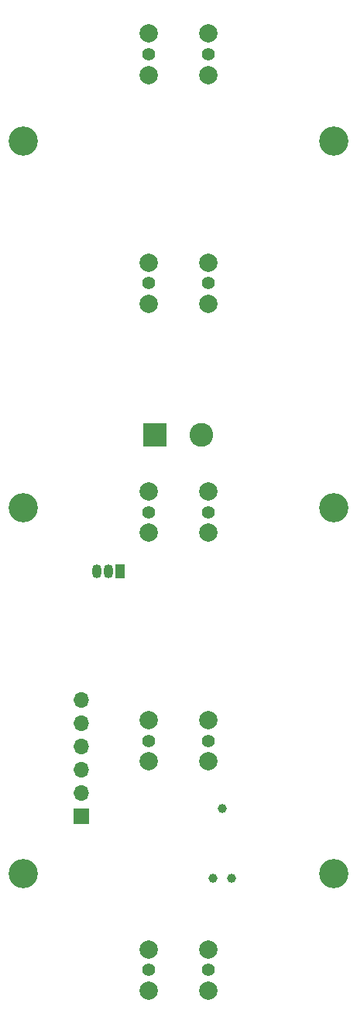
<source format=gbr>
%TF.GenerationSoftware,KiCad,Pcbnew,6.0.2+dfsg-1*%
%TF.CreationDate,2022-08-09T16:06:41+08:00*%
%TF.ProjectId,LightSwitch,4c696768-7453-4776-9974-63682e6b6963,rev?*%
%TF.SameCoordinates,Original*%
%TF.FileFunction,Soldermask,Bot*%
%TF.FilePolarity,Negative*%
%FSLAX46Y46*%
G04 Gerber Fmt 4.6, Leading zero omitted, Abs format (unit mm)*
G04 Created by KiCad (PCBNEW 6.0.2+dfsg-1) date 2022-08-09 16:06:41*
%MOMM*%
%LPD*%
G01*
G04 APERTURE LIST*
%ADD10C,3.200000*%
%ADD11C,0.990600*%
%ADD12R,2.600000X2.600000*%
%ADD13C,2.600000*%
%ADD14R,1.050000X1.500000*%
%ADD15O,1.050000X1.500000*%
%ADD16R,1.700000X1.700000*%
%ADD17O,1.700000X1.700000*%
%ADD18C,2.000000*%
%ADD19C,1.400000*%
G04 APERTURE END LIST*
D10*
%TO.C,REF\u002A\u002A*%
X104000000Y-84000000D03*
%TD*%
D11*
%TO.C,J4*%
X125730000Y-116840000D03*
X124714000Y-124460000D03*
X126746000Y-124460000D03*
%TD*%
D12*
%TO.C,J1*%
X118400000Y-76047600D03*
D13*
X123480000Y-76047600D03*
%TD*%
D14*
%TO.C,U1*%
X114604800Y-90932000D03*
D15*
X113334800Y-90932000D03*
X112064800Y-90932000D03*
%TD*%
D16*
%TO.C,J2*%
X110337600Y-117703600D03*
D17*
X110337600Y-115163600D03*
X110337600Y-112623600D03*
X110337600Y-110083600D03*
X110337600Y-107543600D03*
X110337600Y-105003600D03*
%TD*%
D10*
%TO.C,REF\u002A\u002A*%
X138000000Y-84000000D03*
%TD*%
%TO.C,REF\u002A\u002A*%
X104000000Y-44000000D03*
%TD*%
%TO.C,REF\u002A\u002A*%
X104000000Y-124000000D03*
%TD*%
%TO.C,REF\u002A\u002A*%
X138000000Y-44000000D03*
%TD*%
%TO.C,REF\u002A\u002A*%
X138000000Y-124000000D03*
%TD*%
D18*
%TO.C,SW1*%
X117750000Y-32250000D03*
X124250000Y-32250000D03*
X117750000Y-36750000D03*
X124250000Y-36750000D03*
D19*
X117750000Y-34500000D03*
X124250000Y-34500000D03*
%TD*%
D18*
%TO.C,SW3*%
X117750000Y-82250000D03*
X124250000Y-82250000D03*
X124250000Y-86750000D03*
X117750000Y-86750000D03*
D19*
X117750000Y-84500000D03*
X124250000Y-84500000D03*
%TD*%
D18*
%TO.C,SW5*%
X124250000Y-132250000D03*
X117750000Y-132250000D03*
X117750000Y-136750000D03*
X124250000Y-136750000D03*
D19*
X117750000Y-134500000D03*
X124250000Y-134500000D03*
%TD*%
D18*
%TO.C,SW4*%
X117750000Y-107250000D03*
X124250000Y-107250000D03*
X124250000Y-111750000D03*
X117750000Y-111750000D03*
D19*
X117750000Y-109500000D03*
X124250000Y-109500000D03*
%TD*%
D18*
%TO.C,SW2*%
X124250000Y-57250000D03*
X117750000Y-57250000D03*
X117750000Y-61750000D03*
X124250000Y-61750000D03*
D19*
X117750000Y-59500000D03*
X124250000Y-59500000D03*
%TD*%
M02*

</source>
